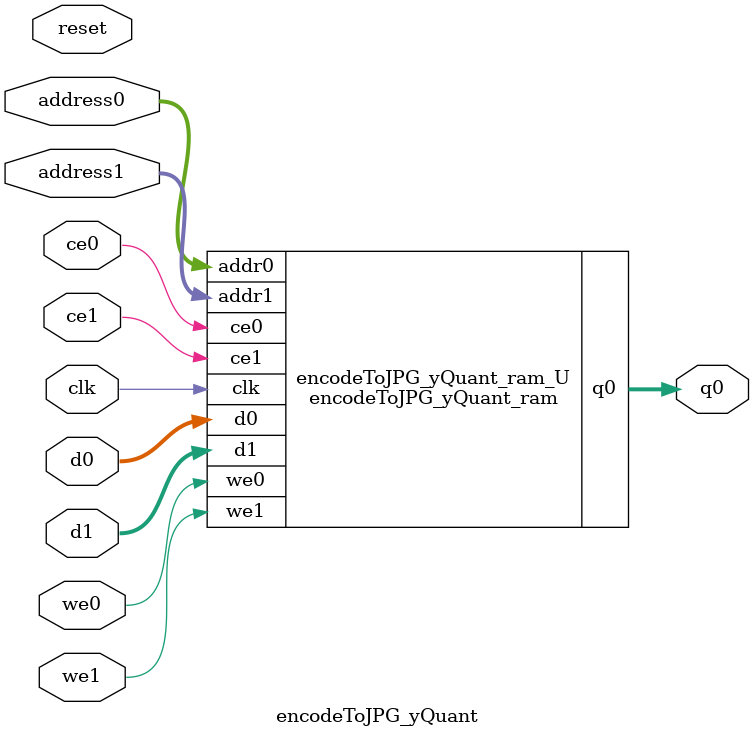
<source format=v>
`timescale 1 ns / 1 ps
module encodeToJPG_yQuant_ram (addr0, ce0, d0, we0, q0, addr1, ce1, d1, we1,  clk);

parameter DWIDTH = 11;
parameter AWIDTH = 6;
parameter MEM_SIZE = 64;

input[AWIDTH-1:0] addr0;
input ce0;
input[DWIDTH-1:0] d0;
input we0;
output reg[DWIDTH-1:0] q0;
input[AWIDTH-1:0] addr1;
input ce1;
input[DWIDTH-1:0] d1;
input we1;
input clk;

(* ram_style = "block" *)reg [DWIDTH-1:0] ram[0:MEM_SIZE-1];




always @(posedge clk)  
begin 
    if (ce0) 
    begin
        if (we0) 
        begin 
            ram[addr0] <= d0; 
        end 
        q0 <= ram[addr0];
    end
end


always @(posedge clk)  
begin 
    if (ce1) 
    begin
        if (we1) 
        begin 
            ram[addr1] <= d1; 
        end 
    end
end


endmodule

`timescale 1 ns / 1 ps
module encodeToJPG_yQuant(
    reset,
    clk,
    address0,
    ce0,
    we0,
    d0,
    q0,
    address1,
    ce1,
    we1,
    d1);

parameter DataWidth = 32'd11;
parameter AddressRange = 32'd64;
parameter AddressWidth = 32'd6;
input reset;
input clk;
input[AddressWidth - 1:0] address0;
input ce0;
input we0;
input[DataWidth - 1:0] d0;
output[DataWidth - 1:0] q0;
input[AddressWidth - 1:0] address1;
input ce1;
input we1;
input[DataWidth - 1:0] d1;



encodeToJPG_yQuant_ram encodeToJPG_yQuant_ram_U(
    .clk( clk ),
    .addr0( address0 ),
    .ce0( ce0 ),
    .we0( we0 ),
    .d0( d0 ),
    .q0( q0 ),
    .addr1( address1 ),
    .ce1( ce1 ),
    .we1( we1 ),
    .d1( d1 ));

endmodule


</source>
